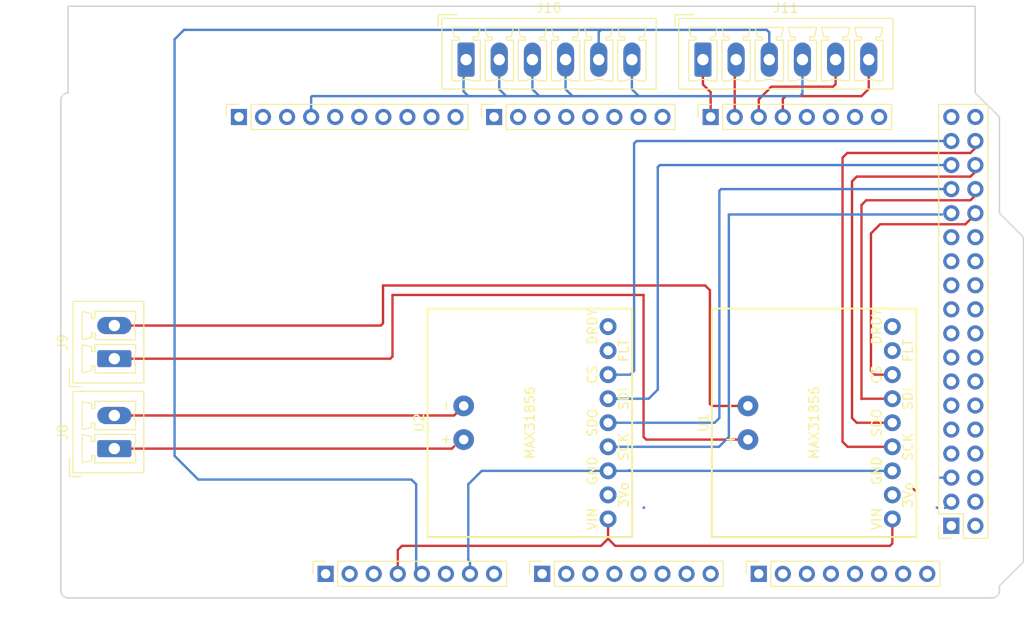
<source format=kicad_pcb>
(kicad_pcb (version 20211014) (generator pcbnew)
  (title_block (date "mar. 31 mars 2015"))
  (layers (0 "F.Cu" signal) (31 "B.Cu" signal) (34 "B.Paste" user) (35 "F.Paste" user) (36 "B.SilkS" user "B.Silkscreen") (37 "F.SilkS" user "F.Silkscreen") (38 "B.Mask" user) (39 "F.Mask" user) (44 "Edge.Cuts" user))
  (net 0 "")
  (net 1 "GND")
  (net 2 "unconnected-(J7-Pad3)")
  (net 4 "unconnected-(J7-Pad5)")
  (net 7 "unconnected-(J7-Pad8)")
  (net 10 "/*44")
  (net 11 "/*45")
  (net 12 "/42")
  (net 13 "/43")
  (net 14 "/40")
  (net 15 "/41")
  (net 16 "/38")
  (net 17 "/39")
  (net 18 "/36")
  (net 19 "/37")
  (net 20 "/34")
  (net 21 "/35")
  (net 22 "/32")
  (net 23 "/33")
  (net 24 "/30")
  (net 25 "/31")
  (net 26 "/28")
  (net 27 "/29")
  (net 28 "/26")
  (net 29 "/27")
  (net 30 "/24")
  (net 31 "/25")
  (net 32 "/22")
  (net 33 "/23")
  (net 34 "+5V")
  (net 35 "/IOREF")
  (net 36 "/A0")
  (net 37 "/A1")
  (net 38 "/A2")
  (net 39 "/A3")
  (net 40 "/A4")
  (net 41 "/A5")
  (net 42 "/A6")
  (net 43 "/A7")
  (net 44 "/A8")
  (net 45 "/A9")
  (net 46 "/A10")
  (net 47 "/A11")
  (net 48 "/A12")
  (net 49 "/A13")
  (net 50 "/A14")
  (net 51 "/A15")
  (net 52 "/AREF")
  (net 53 "/*13")
  (net 54 "/*12")
  (net 55 "/*11")
  (net 56 "/*10")
  (net 57 "/*9")
  (net 58 "/*8")
  (net 59 "/*7")
  (net 60 "/*6")
  (net 61 "/*5")
  (net 62 "/*4")
  (net 63 "/*3")
  (net 64 "/*2")
  (net 65 "/TX0{slash}1")
  (net 66 "/RX0{slash}0")
  (net 67 "+3V3")
  (net 68 "/TX3{slash}14")
  (net 69 "/RX3{slash}15")
  (net 70 "/TX2{slash}16")
  (net 71 "/RX2{slash}17")
  (net 72 "/TX1{slash}18")
  (net 73 "/RX1{slash}19")
  (net 74 "/SDA{slash}20")
  (net 75 "/SCL{slash}21")
  (net 76 "VCC")
  (net 77 "/~{RESET}")
  (net 85 "Net-(J8-Pad1)")
  (net 86 "Net-(J8-Pad2)")
  (net 87 "Net-(J9-Pad1)")
  (net 88 "Net-(J9-Pad2)")
  (footprint "Connector_PinSocket_2.54mm:PinSocket_2x18_P2.54mm_Vertical" (layer "F.Cu") (at 193.98 92.38 180)
    (fp_text reference "J7" hide)
    (fp_text value "Digital")
    (pad "1" thru_hole rect locked (at 0 0 180) (size 1.7 1.7) (drill 1) (layers *.Cu *.Mask) (net 1 "GND"))
    (pad "2" thru_hole oval locked (at -2.54 0 180) (size 1.7 1.7) (drill 1) (layers *.Cu *.Mask) (net 1 "GND"))
    (pad "3" thru_hole oval locked (at 0 2.54 180) (size 1.7 1.7) (drill 1) (layers *.Cu *.Mask) (net 2 "unconnected-(J7-Pad3)"))
    (pad "4" thru_hole oval locked (at -2.54 2.54 180) (size 1.7 1.7) (drill 1) (layers *.Cu *.Mask))
    (pad "5" thru_hole oval locked (at 0 5.08 180) (size 1.7 1.7) (drill 1) (layers *.Cu *.Mask) (net 4 "unconnected-(J7-Pad5)"))
    (pad "6" thru_hole oval locked (at -2.54 5.08 180) (size 1.7 1.7) (drill 1) (layers *.Cu *.Mask))
    (pad "7" thru_hole oval locked (at 0 7.62 180) (size 1.7 1.7) (drill 1) (layers *.Cu *.Mask))
    (pad "8" thru_hole oval locked (at -2.54 7.62 180) (size 1.7 1.7) (drill 1) (layers *.Cu *.Mask) (net 7 "unconnected-(J7-Pad8)"))
    (pad "9" thru_hole oval locked (at 0 10.16 180) (size 1.7 1.7) (drill 1) (layers *.Cu *.Mask))
    (pad "10" thru_hole oval locked (at -2.54 10.16 180) (size 1.7 1.7) (drill 1) (layers *.Cu *.Mask))
    (pad "11" thru_hole oval locked (at 0 12.7 180) (size 1.7 1.7) (drill 1) (layers *.Cu *.Mask) (net 10 "/*44"))
    (pad "12" thru_hole oval locked (at -2.54 12.7 180) (size 1.7 1.7) (drill 1) (layers *.Cu *.Mask) (net 11 "/*45"))
    (pad "13" thru_hole oval locked (at 0 15.24 180) (size 1.7 1.7) (drill 1) (layers *.Cu *.Mask) (net 12 "/42"))
    (pad "14" thru_hole oval locked (at -2.54 15.24 180) (size 1.7 1.7) (drill 1) (layers *.Cu *.Mask) (net 13 "/43"))
    (pad "15" thru_hole oval locked (at 0 17.78 180) (size 1.7 1.7) (drill 1) (layers *.Cu *.Mask) (net 14 "/40"))
    (pad "16" thru_hole oval locked (at -2.54 17.78 180) (size 1.7 1.7) (drill 1) (layers *.Cu *.Mask) (net 15 "/41"))
    (pad "17" thru_hole oval locked (at 0 20.32 180) (size 1.7 1.7) (drill 1) (layers *.Cu *.Mask) (net 16 "/38"))
    (pad "18" thru_hole oval locked (at -2.54 20.32 180) (size 1.7 1.7) (drill 1) (layers *.Cu *.Mask) (net 17 "/39"))
    (pad "19" thru_hole oval locked (at 0 22.86 180) (size 1.7 1.7) (drill 1) (layers *.Cu *.Mask) (net 18 "/36"))
    (pad "20" thru_hole oval locked (at -2.54 22.86 180) (size 1.7 1.7) (drill 1) (layers *.Cu *.Mask) (net 19 "/37"))
    (pad "21" thru_hole oval locked (at 0 25.4 180) (size 1.7 1.7) (drill 1) (layers *.Cu *.Mask) (net 20 "/34"))
    (pad "22" thru_hole oval locked (at -2.54 25.4 180) (size 1.7 1.7) (drill 1) (layers *.Cu *.Mask) (net 21 "/35"))
    (pad "23" thru_hole oval locked (at 0 27.94 180) (size 1.7 1.7) (drill 1) (layers *.Cu *.Mask) (net 22 "/32"))
    (pad "24" thru_hole oval locked (at -2.54 27.94 180) (size 1.7 1.7) (drill 1) (layers *.Cu *.Mask) (net 23 "/33"))
    (pad "25" thru_hole oval locked (at 0 30.48 180) (size 1.7 1.7) (drill 1) (layers *.Cu *.Mask) (net 24 "/30"))
    (pad "26" thru_hole oval locked (at -2.54 30.48 180) (size 1.7 1.7) (drill 1) (layers *.Cu *.Mask) (net 25 "/31"))
    (pad "27" thru_hole oval locked (at 0 33.02 180) (size 1.7 1.7) (drill 1) (layers *.Cu *.Mask) (net 26 "/28"))
    (pad "28" thru_hole oval locked (at -2.54 33.02 180) (size 1.7 1.7) (drill 1) (layers *.Cu *.Mask) (net 27 "/29"))
    (pad "29" thru_hole oval locked (at 0 35.56 180) (size 1.7 1.7) (drill 1) (layers *.Cu *.Mask) (net 28 "/26"))
    (pad "30" thru_hole oval locked (at -2.54 35.56 180) (size 1.7 1.7) (drill 1) (layers *.Cu *.Mask) (net 29 "/27"))
    (pad "31" thru_hole oval locked (at 0 38.1 180) (size 1.7 1.7) (drill 1) (layers *.Cu *.Mask) (net 30 "/24"))
    (pad "32" thru_hole oval locked (at -2.54 38.1 180) (size 1.7 1.7) (drill 1) (layers *.Cu *.Mask) (net 31 "/25"))
    (pad "33" thru_hole oval locked (at 0 40.64 180) (size 1.7 1.7) (drill 1) (layers *.Cu *.Mask) (net 32 "/22"))
    (pad "34" thru_hole oval locked (at -2.54 40.64 180) (size 1.7 1.7) (drill 1) (layers *.Cu *.Mask) (net 33 "/23"))
    (pad "35" thru_hole oval locked (at 0 43.18 180) (size 1.7 1.7) (drill 1) (layers *.Cu *.Mask) (net 34 "+5V"))
    (pad "36" thru_hole oval locked (at -2.54 43.18 180) (size 1.7 1.7) (drill 1) (layers *.Cu *.Mask) (net 34 "+5V"))
  )
  (footprint "Connector_PinSocket_2.54mm:PinSocket_1x08_P2.54mm_Vertical" (layer "F.Cu") (at 127.94 97.46 90)
    (fp_text reference "J1" hide)
    (fp_text value "Power")
    (pad "1" thru_hole rect locked (at 0 0 90) (size 1.7 1.7) (drill 1) (layers *.Cu *.Mask))
    (pad "2" thru_hole oval locked (at 0 2.54 90) (size 1.7 1.7) (drill 1) (layers *.Cu *.Mask) (net 35 "/IOREF"))
    (pad "3" thru_hole oval locked (at 0 5.08 90) (size 1.7 1.7) (drill 1) (layers *.Cu *.Mask) (net 77 "/~{RESET}"))
    (pad "4" thru_hole oval locked (at 0 7.62 90) (size 1.7 1.7) (drill 1) (layers *.Cu *.Mask) (net 67 "+3V3"))
    (pad "5" thru_hole oval locked (at 0 10.16 90) (size 1.7 1.7) (drill 1) (layers *.Cu *.Mask) (net 34 "+5V"))
    (pad "6" thru_hole oval locked (at 0 12.7 90) (size 1.7 1.7) (drill 1) (layers *.Cu *.Mask) (net 1 "GND"))
    (pad "7" thru_hole oval locked (at 0 15.24 90) (size 1.7 1.7) (drill 1) (layers *.Cu *.Mask) (net 1 "GND"))
    (pad "8" thru_hole oval locked (at 0 17.78 90) (size 1.7 1.7) (drill 1) (layers *.Cu *.Mask) (net 76 "VCC"))
  )
  (footprint "Connector_PinSocket_2.54mm:PinSocket_1x08_P2.54mm_Vertical" (layer "F.Cu") (at 150.8 97.46 90)
    (fp_text reference "J3" hide)
    (fp_text value "Analog")
    (pad "1" thru_hole rect locked (at 0 0 90) (size 1.7 1.7) (drill 1) (layers *.Cu *.Mask) (net 36 "/A0"))
    (pad "2" thru_hole oval locked (at 0 2.54 90) (size 1.7 1.7) (drill 1) (layers *.Cu *.Mask) (net 37 "/A1"))
    (pad "3" thru_hole oval locked (at 0 5.08 90) (size 1.7 1.7) (drill 1) (layers *.Cu *.Mask) (net 38 "/A2"))
    (pad "4" thru_hole oval locked (at 0 7.62 90) (size 1.7 1.7) (drill 1) (layers *.Cu *.Mask) (net 39 "/A3"))
    (pad "5" thru_hole oval locked (at 0 10.16 90) (size 1.7 1.7) (drill 1) (layers *.Cu *.Mask) (net 40 "/A4"))
    (pad "6" thru_hole oval locked (at 0 12.7 90) (size 1.7 1.7) (drill 1) (layers *.Cu *.Mask) (net 41 "/A5"))
    (pad "7" thru_hole oval locked (at 0 15.24 90) (size 1.7 1.7) (drill 1) (layers *.Cu *.Mask) (net 42 "/A6"))
    (pad "8" thru_hole oval locked (at 0 17.78 90) (size 1.7 1.7) (drill 1) (layers *.Cu *.Mask) (net 43 "/A7"))
  )
  (footprint "Connector_PinSocket_2.54mm:PinSocket_1x08_P2.54mm_Vertical" (layer "F.Cu") (at 173.66 97.46 90)
    (fp_text reference "J5" hide)
    (fp_text value "Analog")
    (pad "1" thru_hole rect locked (at 0 0 90) (size 1.7 1.7) (drill 1) (layers *.Cu *.Mask) (net 44 "/A8"))
    (pad "2" thru_hole oval locked (at 0 2.54 90) (size 1.7 1.7) (drill 1) (layers *.Cu *.Mask) (net 45 "/A9"))
    (pad "3" thru_hole oval locked (at 0 5.08 90) (size 1.7 1.7) (drill 1) (layers *.Cu *.Mask) (net 46 "/A10"))
    (pad "4" thru_hole oval locked (at 0 7.62 90) (size 1.7 1.7) (drill 1) (layers *.Cu *.Mask) (net 47 "/A11"))
    (pad "5" thru_hole oval locked (at 0 10.16 90) (size 1.7 1.7) (drill 1) (layers *.Cu *.Mask) (net 48 "/A12"))
    (pad "6" thru_hole oval locked (at 0 12.7 90) (size 1.7 1.7) (drill 1) (layers *.Cu *.Mask) (net 49 "/A13"))
    (pad "7" thru_hole oval locked (at 0 15.24 90) (size 1.7 1.7) (drill 1) (layers *.Cu *.Mask) (net 50 "/A14"))
    (pad "8" thru_hole oval locked (at 0 17.78 90) (size 1.7 1.7) (drill 1) (layers *.Cu *.Mask) (net 51 "/A15"))
  )
  (footprint "Connector_PinSocket_2.54mm:PinSocket_1x10_P2.54mm_Vertical" (layer "F.Cu") (at 118.796 49.2 90)
    (fp_text reference "J2" hide)
    (fp_text value "PWM")
    (pad "1" thru_hole rect locked (at 0 0 90) (size 1.7 1.7) (drill 1) (layers *.Cu *.Mask) (net 75 "/SCL{slash}21"))
    (pad "2" thru_hole oval locked (at 0 2.54 90) (size 1.7 1.7) (drill 1) (layers *.Cu *.Mask) (net 74 "/SDA{slash}20"))
    (pad "3" thru_hole oval locked (at 0 5.08 90) (size 1.7 1.7) (drill 1) (layers *.Cu *.Mask) (net 52 "/AREF"))
    (pad "4" thru_hole oval locked (at 0 7.62 90) (size 1.7 1.7) (drill 1) (layers *.Cu *.Mask) (net 1 "GND"))
    (pad "5" thru_hole oval locked (at 0 10.16 90) (size 1.7 1.7) (drill 1) (layers *.Cu *.Mask) (net 53 "/*13"))
    (pad "6" thru_hole oval locked (at 0 12.7 90) (size 1.7 1.7) (drill 1) (layers *.Cu *.Mask) (net 54 "/*12"))
    (pad "7" thru_hole oval locked (at 0 15.24 90) (size 1.7 1.7) (drill 1) (layers *.Cu *.Mask) (net 55 "/*11"))
    (pad "8" thru_hole oval locked (at 0 17.78 90) (size 1.7 1.7) (drill 1) (layers *.Cu *.Mask) (net 56 "/*10"))
    (pad "9" thru_hole oval locked (at 0 20.32 90) (size 1.7 1.7) (drill 1) (layers *.Cu *.Mask) (net 57 "/*9"))
    (pad "10" thru_hole oval locked (at 0 22.86 90) (size 1.7 1.7) (drill 1) (layers *.Cu *.Mask) (net 58 "/*8"))
  )
  (footprint "Connector_PinSocket_2.54mm:PinSocket_1x08_P2.54mm_Vertical" (layer "F.Cu") (at 145.72 49.2 90)
    (fp_text reference "J4" hide)
    (fp_text value "PWM")
    (pad "1" thru_hole rect locked (at 0 0 90) (size 1.7 1.7) (drill 1) (layers *.Cu *.Mask) (net 59 "/*7"))
    (pad "2" thru_hole oval locked (at 0 2.54 90) (size 1.7 1.7) (drill 1) (layers *.Cu *.Mask) (net 60 "/*6"))
    (pad "3" thru_hole oval locked (at 0 5.08 90) (size 1.7 1.7) (drill 1) (layers *.Cu *.Mask) (net 61 "/*5"))
    (pad "4" thru_hole oval locked (at 0 7.62 90) (size 1.7 1.7) (drill 1) (layers *.Cu *.Mask) (net 62 "/*4"))
    (pad "5" thru_hole oval locked (at 0 10.16 90) (size 1.7 1.7) (drill 1) (layers *.Cu *.Mask) (net 63 "/*3"))
    (pad "6" thru_hole oval locked (at 0 12.7 90) (size 1.7 1.7) (drill 1) (layers *.Cu *.Mask) (net 64 "/*2"))
    (pad "7" thru_hole oval locked (at 0 15.24 90) (size 1.7 1.7) (drill 1) (layers *.Cu *.Mask) (net 65 "/TX0{slash}1"))
    (pad "8" thru_hole oval locked (at 0 17.78 90) (size 1.7 1.7) (drill 1) (layers *.Cu *.Mask) (net 66 "/RX0{slash}0"))
  )
  (footprint "Connector_PinSocket_2.54mm:PinSocket_1x08_P2.54mm_Vertical" (layer "F.Cu") (at 168.58 49.2 90)
    (fp_text reference "J6" hide)
    (fp_text value "Communication")
    (pad "1" thru_hole rect locked (at 0 0 90) (size 1.7 1.7) (drill 1) (layers *.Cu *.Mask) (net 68 "/TX3{slash}14"))
    (pad "2" thru_hole oval locked (at 0 2.54 90) (size 1.7 1.7) (drill 1) (layers *.Cu *.Mask) (net 69 "/RX3{slash}15"))
    (pad "3" thru_hole oval locked (at 0 5.08 90) (size 1.7 1.7) (drill 1) (layers *.Cu *.Mask) (net 70 "/TX2{slash}16"))
    (pad "4" thru_hole oval locked (at 0 7.62 90) (size 1.7 1.7) (drill 1) (layers *.Cu *.Mask) (net 71 "/RX2{slash}17"))
    (pad "5" thru_hole oval locked (at 0 10.16 90) (size 1.7 1.7) (drill 1) (layers *.Cu *.Mask) (net 72 "/TX1{slash}18"))
    (pad "6" thru_hole oval locked (at 0 12.7 90) (size 1.7 1.7) (drill 1) (layers *.Cu *.Mask) (net 73 "/RX1{slash}19"))
    (pad "7" thru_hole oval locked (at 0 15.24 90) (size 1.7 1.7) (drill 1) (layers *.Cu *.Mask) (net 74 "/SDA{slash}20"))
    (pad "8" thru_hole oval locked (at 0 17.78 90) (size 1.7 1.7) (drill 1) (layers *.Cu *.Mask) (net 75 "/SCL{slash}21"))
  )
  (footprint "MAX31865:MAX31856" (layer "F.Cu") (at 179.5 81.5 90)
    (fp_text reference "U1" (at 0 -11.684 90) (layer "F.SilkS"))
    (fp_text value "thermo_max31856")
    (fp_text user "GND" (at -5.08 6.604 90) (layer "F.SilkS"))
    (fp_text user "SCK" (at -2.54 9.906 90) (layer "F.SilkS"))
    (fp_text user "FLT" (at 7.62 9.906 90) (layer "F.SilkS"))
    (fp_text user "-" (at 1.778 -8.89 90) (layer "F.SilkS"))
    (fp_text user "MAX31856" (at 0 0 90) (layer "F.SilkS"))
    (fp_text user "CS" (at 5.08 6.604 90) (layer "F.SilkS"))
    (fp_text user "3Vo" (at -7.62 9.906 90) (layer "F.SilkS"))
    (fp_text user "SDO" (at 0 6.604 90) (layer "F.SilkS"))
    (fp_text user "+" (at -1.778 -8.89 90) (layer "F.SilkS"))
    (fp_text user "VIN" (at -10.16 6.604 90) (layer "F.SilkS"))
    (fp_text user "SDI" (at 2.54 9.906 90) (layer "F.SilkS"))
    (fp_text user "DRDY" (at 10.16 6.604 90) (layer "F.SilkS"))
    (pad "1" thru_hole circle (at -10.16 8.255 90) (size 1.778 1.778) (drill 1) (layers *.Cu *.Mask) (net 67 "+3V3"))
    (pad "2" thru_hole circle (at -7.62 8.255 90) (size 1.778 1.778) (drill 1) (layers *.Cu *.Mask))
    (pad "3" thru_hole circle (at -5.08 8.255 90) (size 1.778 1.778) (drill 1) (layers *.Cu *.Mask) (net 1 "GND"))
    (pad "4" thru_hole circle (at -2.54 8.255 90) (size 1.778 1.778) (drill 1) (layers *.Cu *.Mask) (net 33 "/23"))
    (pad "5" thru_hole circle (at 0 8.255 90) (size 1.778 1.778) (drill 1) (layers *.Cu *.Mask) (net 31 "/25"))
    (pad "6" thru_hole circle (at 2.54 8.255 90) (size 1.778 1.778) (drill 1) (layers *.Cu *.Mask) (net 29 "/27"))
    (pad "7" thru_hole circle (at 5.08 8.255 90) (size 1.778 1.778) (drill 1) (layers *.Cu *.Mask) (net 27 "/29"))
    (pad "8" thru_hole circle (at 7.62 8.255 90) (size 1.778 1.778) (drill 1) (layers *.Cu *.Mask))
    (pad "9" thru_hole circle (at 10.16 8.255 90) (size 1.778 1.778) (drill 1) (layers *.Cu *.Mask))
    (pad "10" thru_hole circle (at -1.778 -6.985 90) (size 2.184 2.184) (drill 1) (layers *.Cu *.Mask) (net 87 "Net-(J9-Pad1)"))
    (pad "11" thru_hole circle (at 1.778 -6.985 90) (size 2.184 2.184) (drill 1) (layers *.Cu *.Mask) (net 88 "Net-(J9-Pad2)"))
  )
  (footprint "Arduino_MountingHole:MountingHole_3.2mm" (layer "F.Cu") (at 196.52 97.46)
    (fp_text reference "MH6" hide)
    (fp_text value "MountingHole_3.2mm" hide)
    (pad "" np_thru_hole circle locked (at 0 0) (size 3.2 3.2) (drill 3.2) (layers *.Cu *.Mask))
  )
  (footprint "Connector_Phoenix_MC:PhoenixContact_MCV_1,5_6-G-3.5_1x06_P3.50mm_Vertical" (layer "F.Cu") (at 142.7675 43.1425)
    (fp_text reference "J10" (at 8.75 -5.45) (layer "F.SilkS"))
    (fp_text value "Conn_01x06_Female")
    (pad "1" thru_hole roundrect (at 0 0) (size 1.8 3.6) (drill 1.2) (layers *.Cu *.Mask) (roundrect_rratio 0.138889) (net 1 "GND"))
    (pad "2" thru_hole oval (at 3.5 0) (size 1.8 3.6) (drill 1.2) (layers *.Cu *.Mask) (net 1 "GND"))
    (pad "3" thru_hole oval (at 7 0) (size 1.8 3.6) (drill 1.2) (layers *.Cu *.Mask) (net 1 "GND"))
    (pad "4" thru_hole oval (at 10.5 0) (size 1.8 3.6) (drill 1.2) (layers *.Cu *.Mask) (net 1 "GND"))
    (pad "5" thru_hole oval (at 14 0) (size 1.8 3.6) (drill 1.2) (layers *.Cu *.Mask) (net 34 "+5V"))
    (pad "6" thru_hole oval (at 17.5 0) (size 1.8 3.6) (drill 1.2) (layers *.Cu *.Mask) (net 1 "GND"))
  )
  (footprint "MAX31865:MAX31856" (layer "F.Cu") (at 149.5 81.5 90)
    (fp_text reference "U2" (at 0 -11.684 90) (layer "F.SilkS"))
    (fp_text value "thermo_max31856")
    (fp_text user "+" (at -1.778 -8.89 90) (layer "F.SilkS"))
    (fp_text user "SCK" (at -2.54 9.906 90) (layer "F.SilkS"))
    (fp_text user "-" (at 1.778 -8.89 90) (layer "F.SilkS"))
    (fp_text user "SDO" (at 0 6.604 90) (layer "F.SilkS"))
    (fp_text user "3Vo" (at -7.62 9.906 90) (layer "F.SilkS"))
    (fp_text user "FLT" (at 7.62 9.906 90) (layer "F.SilkS"))
    (fp_text user "SDI" (at 2.54 9.906 90) (layer "F.SilkS"))
    (fp_text user "MAX31856" (at 0 0 90) (layer "F.SilkS"))
    (fp_text user "CS" (at 5.08 6.604 90) (layer "F.SilkS"))
    (fp_text user "VIN" (at -10.16 6.604 90) (layer "F.SilkS"))
    (fp_text user "GND" (at -5.08 6.604 90) (layer "F.SilkS"))
    (fp_text user "DRDY" (at 10.16 6.604 90) (layer "F.SilkS"))
    (pad "1" thru_hole circle (at -10.16 8.255 90) (size 1.778 1.778) (drill 1) (layers *.Cu *.Mask) (net 67 "+3V3"))
    (pad "2" thru_hole circle (at -7.62 8.255 90) (size 1.778 1.778) (drill 1) (layers *.Cu *.Mask))
    (pad "3" thru_hole circle (at -5.08 8.255 90) (size 1.778 1.778) (drill 1) (layers *.Cu *.Mask) (net 1 "GND"))
    (pad "4" thru_hole circle (at -2.54 8.255 90) (size 1.778 1.778) (drill 1) (layers *.Cu *.Mask) (net 26 "/28"))
    (pad "5" thru_hole circle (at 0 8.255 90) (size 1.778 1.778) (drill 1) (layers *.Cu *.Mask) (net 28 "/26"))
    (pad "6" thru_hole circle (at 2.54 8.255 90) (size 1.778 1.778) (drill 1) (layers *.Cu *.Mask) (net 30 "/24"))
    (pad "7" thru_hole circle (at 5.08 8.255 90) (size 1.778 1.778) (drill 1) (layers *.Cu *.Mask) (net 32 "/22"))
    (pad "8" thru_hole circle (at 7.62 8.255 90) (size 1.778 1.778) (drill 1) (layers *.Cu *.Mask))
    (pad "9" thru_hole circle (at 10.16 8.255 90) (size 1.778 1.778) (drill 1) (layers *.Cu *.Mask))
    (pad "10" thru_hole circle (at -1.778 -6.985 90) (size 2.184 2.184) (drill 1) (layers *.Cu *.Mask) (net 85 "Net-(J8-Pad1)"))
    (pad "11" thru_hole circle (at 1.778 -6.985 90) (size 2.184 2.184) (drill 1) (layers *.Cu *.Mask) (net 86 "Net-(J8-Pad2)"))
  )
  (footprint "Connector_Phoenix_MC:PhoenixContact_MCV_1,5_6-G-3.5_1x06_P3.50mm_Vertical" (layer "F.Cu") (at 167.7675 43.1425)
    (fp_text reference "J11" (at 8.75 -5.45) (layer "F.SilkS"))
    (fp_text value "Conn_01x06_Female")
    (pad "1" thru_hole roundrect (at 0 0) (size 1.8 3.6) (drill 1.2) (layers *.Cu *.Mask) (roundrect_rratio 0.138889) (net 68 "/TX3{slash}14"))
    (pad "2" thru_hole oval (at 3.5 0) (size 1.8 3.6) (drill 1.2) (layers *.Cu *.Mask) (net 69 "/RX3{slash}15"))
    (pad "3" thru_hole oval (at 7 0) (size 1.8 3.6) (drill 1.2) (layers *.Cu *.Mask) (net 34 "+5V"))
    (pad "4" thru_hole oval (at 10.5 0) (size 1.8 3.6) (drill 1.2) (layers *.Cu *.Mask) (net 1 "GND"))
    (pad "5" thru_hole oval (at 14 0) (size 1.8 3.6) (drill 1.2) (layers *.Cu *.Mask) (net 70 "/TX2{slash}16"))
    (pad "6" thru_hole oval (at 17.5 0) (size 1.8 3.6) (drill 1.2) (layers *.Cu *.Mask) (net 71 "/RX2{slash}17"))
  )
  (footprint "Connector_Phoenix_MC:PhoenixContact_MCV_1,5_2-G-3.5_1x02_P3.50mm_Vertical" (layer "F.Cu") (at 105.6425 74.7325 90)
    (fp_text reference "J9" (at 1.75 -5.45 90) (layer "F.SilkS"))
    (fp_text value "Conn_01x02_Female")
    (pad "1" thru_hole roundrect (at 0 0 90) (size 1.8 3.6) (drill 1.2) (layers *.Cu *.Mask) (roundrect_rratio 0.138889) (net 87 "Net-(J9-Pad1)"))
    (pad "2" thru_hole oval (at 3.5 0 90) (size 1.8 3.6) (drill 1.2) (layers *.Cu *.Mask) (net 88 "Net-(J9-Pad2)"))
  )
  (footprint "Arduino_MountingHole:MountingHole_3.2mm" (layer "F.Cu") (at 115.24 49.2)
    (fp_text reference "MH1" hide)
    (fp_text value "MountingHole_3.2mm" hide)
    (pad "" np_thru_hole circle locked (at 0 0) (size 3.2 3.2) (drill 3.2) (layers *.Cu *.Mask))
  )
  (footprint "Connector_Phoenix_MC:PhoenixContact_MCV_1,5_2-G-3.5_1x02_P3.50mm_Vertical" (layer "F.Cu") (at 105.6425 84.2325 90)
    (fp_text reference "J8" (at 1.75 -5.45 90) (layer "F.SilkS"))
    (fp_text value "Conn_01x02_Female")
    (pad "1" thru_hole roundrect (at 0 0 90) (size 1.8 3.6) (drill 1.2) (layers *.Cu *.Mask) (roundrect_rratio 0.138889) (net 85 "Net-(J8-Pad1)"))
    (pad "2" thru_hole oval (at 3.5 0 90) (size 1.8 3.6) (drill 1.2) (layers *.Cu *.Mask) (net 86 "Net-(J8-Pad2)"))
  )
  (footprint "Arduino_MountingHole:MountingHole_3.2mm" (layer "F.Cu") (at 113.97 97.46)
    (fp_text reference "MH2" hide)
    (fp_text value "MountingHole_3.2mm" hide)
    (pad "" np_thru_hole circle locked (at 0 0) (size 3.2 3.2) (drill 3.2) (layers *.Cu *.Mask))
  )
  (footprint "Arduino_MountingHole:MountingHole_3.2mm" (layer "F.Cu") (at 166.04 64.44)
    (fp_text reference "MH3" hide)
    (fp_text value "MountingHole_3.2mm" hide)
    (pad "" np_thru_hole circle locked (at 0 0) (size 3.2 3.2) (drill 3.2) (layers *.Cu *.Mask))
  )
  (footprint "Arduino_MountingHole:MountingHole_3.2mm" (layer "F.Cu") (at 166.04 92.38)
    (fp_text reference "MH4" hide)
    (fp_text value "MountingHole_3.2mm" hide)
    (pad "" np_thru_hole circle locked (at 0 0) (size 3.2 3.2) (drill 3.2) (layers *.Cu *.Mask))
  )
  (footprint "Arduino_MountingHole:MountingHole_3.2mm" (layer "F.Cu") (at 190.17 49.2)
    (fp_text reference "MH5" hide)
    (fp_text value "MountingHole_3.2mm" hide)
    (pad "" np_thru_hole circle locked (at 0 0) (size 3.2 3.2) (drill 3.2) (layers *.Cu *.Mask))
  )
  (gr_line (start 196.5 37.5) (end 196.5 46.66) (layer "Edge.Cuts") (width 0.15))
  (gr_line (start 199.06 59.36) (end 201.6 61.9) (layer "Edge.Cuts") (width 0.15))
  (gr_line (start 100 99.238) (end 100 47.422) (layer "Edge.Cuts") (width 0.15))
  (gr_line (start 201.6 61.9) (end 201.6 96.19) (layer "Edge.Cuts") (width 0.15))
  (gr_line (start 198.298 100) (end 100.762 100) (layer "Edge.Cuts") (width 0.15))
  (gr_line (start 100.762 37.5) (end 196.5 37.5) (layer "Edge.Cuts") (width 0.15))
  (gr_arc (start 100.762 100) (mid 100.223185 99.776815) (end 100 99.238) (layer "Edge.Cuts") (width 0.15))
  (gr_line (start 201.6 96.19) (end 199.06 98.73) (layer "Edge.Cuts") (width 0.15))
  (gr_line (start 100.762 37.5) (end 100.762 46.66) (layer "Edge.Cuts") (width 0.15))
  (gr_line (start 196.5 46.66) (end 199.06 49.2) (layer "Edge.Cuts") (width 0.15))
  (gr_arc (start 199.06 99.238) (mid 198.836815 99.776815) (end 198.298 100) (layer "Edge.Cuts") (width 0.15))
  (gr_line (start 199.06 49.2) (end 199.06 59.36) (layer "Edge.Cuts") (width 0.15))
  (gr_line (start 199.06 98.73) (end 199.06 99.238) (layer "Edge.Cuts") (width 0.15))
  (gr_arc (start 100 47.422) (mid 100.223185 46.883185) (end 100.762 46.66) (layer "Edge.Cuts") (width 0.15))
  (segment (start 159.92 86.58) (end 160 86.5) (width 0.25) (layer "B.Cu") (net 1))
  (segment (start 143.5 47) (end 143 47) (width 0.25) (layer "B.Cu") (net 1))
  (segment (start 154.5 47) (end 154 47) (width 0.25) (layer "B.Cu") (net 1))
  (segment (start 146.2675 46.2675) (end 146.2675 43.1425) (width 0.25) (layer "B.Cu") (net 1))
  (segment (start 143.5 47) (end 126.5 47) (width 0.25) (layer "B.Cu") (net 1))
  (segment (start 150.5 47) (end 149.7675 46.2675) (width 0.25) (layer "B.Cu") (net 1))
  (segment (start 143 96) (end 143.18 96.18) (width 0.25) (layer "B.Cu") (net 1))
  (segment (start 178 47) (end 161 47) (width 0.25) (layer "B.Cu") (net 1))
  (segment (start 149.7675 46.2675) (end 149.7675 43.1425) (width 0.25) (layer "B.Cu") (net 1))
  (segment (start 143.18 96.18) (end 143.18 97.46) (width 0.25) (layer "B.Cu") (net 1))
  (segment (start 142.5 46.5) (end 142.5 43.41) (width 0.25) (layer "B.Cu") (net 1))
  (segment (start 154 47) (end 153.2675 46.2675) (width 0.25) (layer "B.Cu") (net 1))
  (segment (start 178.2675 46.7325) (end 178 47) (width 0.25) (layer "B.Cu") (net 1))
  (segment (start 144.42 86.58) (end 143 88) (width 0.25) (layer "B.Cu") (net 1))
  (segment (start 160.2675 46.2675) (end 160.2675 43.1425) (width 0.25) (layer "B.Cu") (net 1))
  (segment (start 147 47) (end 143.5 47) (width 0.25) (layer "B.Cu") (net 1))
  (segment (start 161 47) (end 160.2675 46.2675) (width 0.25) (layer "B.Cu") (net 1))
  (segment (start 153.2675 46.2675) (end 153.2675 43.1425) (width 0.25) (layer "B.Cu") (net 1))
  (segment (start 178.2675 43.1425) (end 178.2675 46.7325) (width 0.25) (layer "B.Cu") (net 1))
  (segment (start 154.5 47) (end 150.5 47) (width 0.25) (layer "B.Cu") (net 1))
  (segment (start 126.416 47.084) (end 126.416 49.2) (width 0.25) (layer "B.Cu") (net 1))
  (segment (start 142.5 43.41) (end 142.7675 43.1425) (width 0.25) (layer "B.Cu") (net 1))
  (segment (start 157.755 86.58) (end 187.755 86.58) (width 0.25) (layer "B.Cu") (net 1))
  (segment (start 126.5 47) (end 126.416 47.084) (width 0.25) (layer "B.Cu") (net 1))
  (segment (start 147 47) (end 146.2675 46.2675) (width 0.25) (layer "B.Cu") (net 1))
  (segment (start 161 47) (end 154.5 47) (width 0.25) (layer "B.Cu") (net 1))
  (segment (start 157.755 86.58) (end 144.42 86.58) (width 0.25) (layer "B.Cu") (net 1))
  (segment (start 143 88) (end 143 96) (width 0.25) (layer "B.Cu") (net 1))
  (segment (start 150.5 47) (end 147 47) (width 0.25) (layer "B.Cu") (net 1))
  (segment (start 143 47) (end 142.5 46.5) (width 0.25) (layer "B.Cu") (net 1))
  (segment (start 193.32 90.5) (end 193.98 89.84) (width 0.25) (layer "B.Cu") (net 2))
  (segment (start 161.5 90.5) (end 161.554 90.446) (width 0.25) (layer "B.Cu") (net 2))
  (segment (start 192.446 90.446) (end 192.5 90.5) (width 0.25) (layer "B.Cu") (net 2))
  (segment (start 192.7 87.3) (end 193.98 87.3) (width 0.25) (layer "B.Cu") (net 4))
  (segment (start 196.52 84.02) (end 196.52 84.76) (width 0.25) (layer "F.Cu") (net 7))
  (segment (start 169.46 84.04) (end 169.5 84) (width 0.25) (layer "B.Cu") (net 26))
  (segment (start 157.755 84.04) (end 169.46 84.04) (width 0.25) (layer "B.Cu") (net 26))
  (segment (start 169.5 84) (end 170.5 83) (width 0.25) (layer "B.Cu") (net 26))
  (segment (start 170.5 83) (end 170.5 59.5) (width 0.25) (layer "B.Cu") (net 26))
  (segment (start 170.5 59.5) (end 193 59.5) (width 0.25) (layer "B.Cu") (net 26))
  (segment (start 195.465 60.535) (end 195.5 60.5) (width 0.25) (layer "F.Cu") (net 27))
  (segment (start 186.465 60.535) (end 195.465 60.535) (width 0.25) (layer "F.Cu") (net 27))
  (segment (start 187.755 76.42) (end 185.92 76.42) (width 0.25) (layer "F.Cu") (net 27))
  (segment (start 185.5 76) (end 185.5 61.5) (width 0.25) (layer "F.Cu") (net 27))
  (segment (start 186 61) (end 186.465 60.535) (width 0.25) (layer "F.Cu") (net 27))
  (segment (start 195.5 60.5) (end 196 60) (width 0.25) (layer "F.Cu") (net 27))
  (segment (start 185.5 61.5) (end 186 61) (width 0.25) (layer "F.Cu") (net 27))
  (segment (start 185.92 76.42) (end 185.5 76) (width 0.25) (layer "F.Cu") (net 27))
  (segment (start 196 60) (end 196.5 60) (width 0.25) (layer "F.Cu") (net 27))
  (segment (start 169.5 57) (end 169.68 56.82) (width 0.25) (layer "B.Cu") (net 28))
  (segment (start 169 81.5) (end 169.5 81) (width 0.25) (layer "B.Cu") (net 28))
  (segment (start 157.755 81.5) (end 169 81.5) (width 0.25) (layer "B.Cu") (net 28))
  (segment (start 169.5 81) (end 169.5 57) (width 0.25) (layer "B.Cu") (net 28))
  (segment (start 169.68 56.82) (end 193.98 56.82) (width 0.25) (layer "B.Cu") (net 28))
  (segment (start 185 58) (end 195.5 58) (width 0.25) (layer "F.Cu") (net 29))
  (segment (start 195.5 58) (end 196 58) (width 0.25) (layer "F.Cu") (net 29))
  (segment (start 184.54 78.96) (end 184.5 79) (width 0.25) (layer "F.Cu") (net 29))
  (segment (start 196 58) (end 196.5 57.5) (width 0.25) (layer "F.Cu") (net 29))
  (segment (start 184.5 58.5) (end 185 58) (width 0.25) (layer "F.Cu") (net 29))
  (segment (start 184.5 79) (end 184.5 58.5) (width 0.25) (layer "F.Cu") (net 29))
  (segment (start 187.755 78.96) (end 184.54 78.96) (width 0.25) (layer "F.Cu") (net 29))
  (segment (start 163 78) (end 163 54.5) (width 0.25) (layer "B.Cu") (net 30))
  (segment (start 162.04 78.96) (end 163 78) (width 0.25) (layer "B.Cu") (net 30))
  (segment (start 163 54.5) (end 163.22 54.28) (width 0.25) (layer "B.Cu") (net 30))
  (segment (start 163.22 54.28) (end 193.98 54.28) (width 0.25) (layer "B.Cu") (net 30))
  (segment (start 157.755 78.96) (end 162.04 78.96) (width 0.25) (layer "B.Cu") (net 30))
  (segment (start 184 55.5) (end 195.5 55.5) (width 0.25) (layer "F.Cu") (net 31))
  (segment (start 196 55.5) (end 196.5 55) (width 0.25) (layer "F.Cu") (net 31))
  (segment (start 183.5 81) (end 183.5 56) (width 0.25) (layer "F.Cu") (net 31))
  (segment (start 195.5 55.5) (end 196 55.5) (width 0.25) (layer "F.Cu") (net 31))
  (segment (start 183.5 56) (end 184 55.5) (width 0.25) (layer "F.Cu") (net 31))
  (segment (start 184 81.5) (end 183.5 81) (width 0.25) (layer "F.Cu") (net 31))
  (segment (start 187.755 81.5) (end 184 81.5) (width 0.25) (layer "F.Cu") (net 31))
  (segment (start 160.5 52) (end 160.76 51.74) (width 0.25) (layer "B.Cu") (net 32))
  (segment (start 160.76 51.74) (end 193.98 51.74) (width 0.25) (layer "B.Cu") (net 32))
  (segment (start 160.08 76.42) (end 160.5 76) (width 0.25) (layer "B.Cu") (net 32))
  (segment (start 157.755 76.42) (end 160.08 76.42) (width 0.25) (layer "B.Cu") (net 32))
  (segment (start 160.5 76) (end 160.5 52) (width 0.25) (layer "B.Cu") (net 32))
  (segment (start 183 53) (end 195.5 53) (width 0.25) (layer "F.Cu") (net 33))
  (segment (start 183 84) (end 182.5 83.5) (width 0.25) (layer "F.Cu") (net 33))
  (segment (start 187.755 84.04) (end 183.04 84.04) (width 0.25) (layer "F.Cu") (net 33))
  (segment (start 182.5 53.5) (end 183 53) (width 0.25) (layer "F.Cu") (net 33))
  (segment (start 195.5 53) (end 196 53) (width 0.25) (layer "F.Cu") (net 33))
  (segment (start 182.5 83.5) (end 182.5 53.5) (width 0.25) (layer "F.Cu") (net 33))
  (segment (start 190 88.5) (end 190.165 88.665) (width 0.25) (layer "F.Cu") (net 33))
  (segment (start 183.04 84.04) (end 183 84) (width 0.25) (layer "F.Cu") (net 33))
  (segment (start 196 53) (end 196.5 52.5) (width 0.25) (layer "F.Cu") (net 33))
  (segment (start 157 40) (end 113 40) (width 0.25) (layer "B.Cu") (net 34))
  (segment (start 112 85) (end 114.5 87.5) (width 0.25) (layer "B.Cu") (net 34))
  (segment (start 157 40) (end 156.7675 40.2325) (width 0.25) (layer "B.Cu") (net 34))
  (segment (start 137.5 88) (end 137.5 97) (width 0.25) (layer "B.Cu") (net 34))
  (segment (start 174.7675 43.1425) (end 174.7675 40.2675) (width 0.25) (layer "B.Cu") (net 34))
  (segment (start 112 41) (end 112 85) (width 0.25) (layer "B.Cu") (net 34))
  (segment (start 137 87.5) (end 137.5 88) (width 0.25) (layer "B.Cu") (net 34))
  (segment (start 137.5 97) (end 137.96 97.46) (width 0.25) (layer "B.Cu") (net 34))
  (segment (start 174.7675 40.2675) (end 174.5 40) (width 0.25) (layer "B.Cu") (net 34))
  (segment (start 114.5 87.5) (end 137 87.5) (width 0.25) (layer "B.Cu") (net 34))
  (segment (start 156.7675 40.2325) (end 156.7675 43.1425) (width 0.25) (layer "B.Cu") (net 34))
  (segment (start 137.96 97.46) (end 138.1 97.46) (width 0.25) (layer "B.Cu") (net 34))
  (segment (start 113 40) (end 112 41) (width 0.25) (layer "B.Cu") (net 34))
  (segment (start 174.5 40) (end 157 40) (width 0.25) (layer "B.Cu") (net 34))
  (segment (start 157.755 93.755) (end 157.01 94.5) (width 0.25) (layer "F.Cu") (net 67))
  (segment (start 157.01 94.5) (end 136 94.5) (width 0.25) (layer "F.Cu") (net 67))
  (segment (start 187.755 94.245) (end 187.5 94.5) (width 0.25) (layer "F.Cu") (net 67))
  (segment (start 158.5 94.5) (end 157.755 93.755) (width 0.25) (layer "F.Cu") (net 67))
  (segment (start 157.755 93.755) (end 157.755 91.66) (width 0.25) (layer "F.Cu") (net 67))
  (segment (start 135.56 94.94) (end 135.56 97.46) (width 0.25) (layer "F.Cu") (net 67))
  (segment (start 187.5 94.5) (end 158.5 94.5) (width 0.25) (layer "F.Cu") (net 67))
  (segment (start 136 94.5) (end 135.56 94.94) (width 0.25) (layer "F.Cu") (net 67))
  (segment (start 187.755 91.66) (end 187.755 94.245) (width 0.25) (layer "F.Cu") (net 67))
  (segment (start 168.58 46.58) (end 167.7675 45.7675) (width 0.25) (layer "F.Cu") (net 68))
  (segment (start 167.7675 45.7675) (end 167.7675 43.1425) (width 0.25) (layer "F.Cu") (net 68))
  (segment (start 168.58 49.2) (end 168.58 46.58) (width 0.25) (layer "F.Cu") (net 68))
  (segment (start 171.12 49.2) (end 171.12 43.29) (width 0.25) (layer "F.Cu") (net 69))
  (segment (start 171.12 43.29) (end 171.2675 43.1425) (width 0.25) (layer "F.Cu") (net 69))
  (segment (start 175 46) (end 181.5 46) (width 0.25) (layer "F.Cu") (net 70))
  (segment (start 173.66 49.2) (end 173.66 47.34) (width 0.25) (layer "F.Cu") (net 70))
  (segment (start 181.7675 45.7325) (end 181.7675 43.1425) (width 0.25) (layer "F.Cu") (net 70))
  (segment (start 173.66 47.34) (end 175 46) (width 0.25) (layer "F.Cu") (net 70))
  (segment (start 181.5 46) (end 181.7675 45.7325) (width 0.25) (layer "F.Cu") (net 70))
  (segment (start 185.2675 46.2325) (end 185.2675 43.1425) (width 0.25) (layer "F.Cu") (net 71))
  (segment (start 176.5 47) (end 184.5 47) (width 0.25) (layer "F.Cu") (net 71))
  (segment (start 176.2 49.2) (end 176.2 47.3) (width 0.25) (layer "F.Cu") (net 71))
  (segment (start 184.5 47) (end 185.2675 46.2325) (width 0.25) (layer "F.Cu") (net 71))
  (segment (start 176.2 47.3) (end 176.5 47) (width 0.25) (layer "F.Cu") (net 71))
  (segment (start 105.6425 84.2325) (end 141.2675 84.2325) (width 0.25) (layer "F.Cu") (net 85))
  (segment (start 141.2675 84.2325) (end 141.5 84) (width 0.25) (layer "F.Cu") (net 85))
  (segment (start 141.5045 80.7325) (end 142.515 79.722) (width 0.25) (layer "F.Cu") (net 86))
  (segment (start 105.6425 80.7325) (end 141.5045 80.7325) (width 0.25) (layer "F.Cu") (net 86))
  (segment (start 134.7675 74.7325) (end 135 74.5) (width 0.25) (layer "F.Cu") (net 87))
  (segment (start 161.5 83) (end 161.778 83.278) (width 0.25) (layer "F.Cu") (net 87))
  (segment (start 161.5 68) (end 161.5 83) (width 0.25) (layer "F.Cu") (net 87))
  (segment (start 161.778 83.278) (end 172.515 83.278) (width 0.25) (layer "F.Cu") (net 87))
  (segment (start 135 74.5) (end 135 68) (width 0.25) (layer "F.Cu") (net 87))
  (segment (start 135 68) (end 161.5 68) (width 0.25) (layer "F.Cu") (net 87))
  (segment (start 105.6425 74.7325) (end 134.7675 74.7325) (width 0.25) (layer "F.Cu") (net 87))
  (segment (start 133.7675 71.2325) (end 134 71) (width 0.25) (layer "F.Cu") (net 88))
  (segment (start 168.5 67.5) (end 168.5 79.5) (width 0.25) (layer "F.Cu") (net 88))
  (segment (start 168 67) (end 168.5 67.5) (width 0.25) (layer "F.Cu") (net 88))
  (segment (start 134 67) (end 168 67) (width 0.25) (layer "F.Cu") (net 88))
  (segment (start 105.6425 71.2325) (end 133.7675 71.2325) (width 0.25) (layer "F.Cu") (net 88))
  (segment (start 168.722 79.722) (end 172.515 79.722) (width 0.25) (layer "F.Cu") (net 88))
  (segment (start 168.5 79.5) (end 168.722 79.722) (width 0.25) (layer "F.Cu") (net 88))
  (segment (start 134 71) (end 134 67) (width 0.25) (layer "F.Cu") (net 88))
)
</source>
